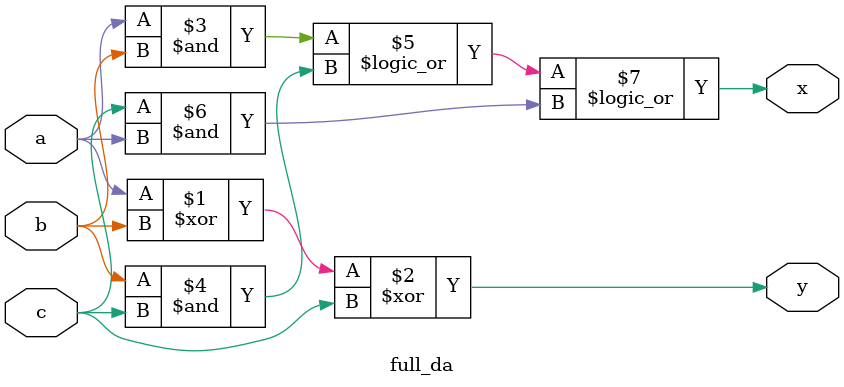
<source format=v>
module full_da(a, b, c, y, x);
	input a, b, c;
	output y, x;
	assign y = a ^ b ^ c; 
	assign x = (a & b)||(b&c)||(c&a); 
endmodule
</source>
